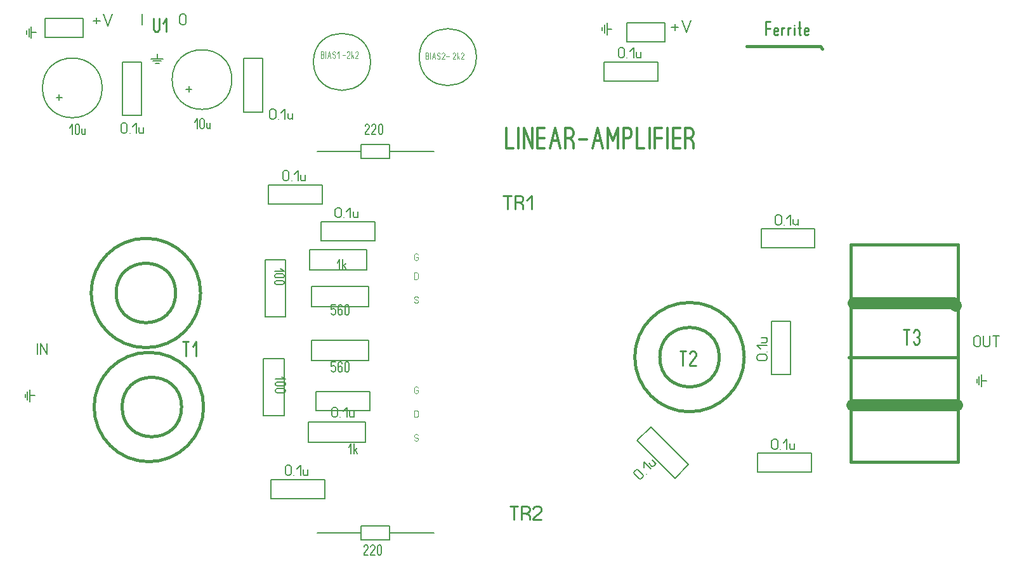
<source format=gbr>
%FSLAX34Y34*%
%MOMM*%
%LNSILK_TOP*%
G71*
G01*
%ADD10C,0.111*%
%ADD11C,0.200*%
%ADD12C,0.150*%
%ADD13C,0.222*%
%ADD14C,0.333*%
%ADD15C,0.167*%
%ADD16C,0.400*%
%ADD17C,1.600*%
%ADD18C,0.244*%
%ADD19C,0.178*%
%LPD*%
G54D10*
X-68283Y29845D02*
X-65616Y29845D01*
X-65616Y27067D01*
X-66283Y25956D01*
X-67616Y25400D01*
X-68950Y25400D01*
X-70283Y25956D01*
X-70950Y27067D01*
X-70950Y32622D01*
X-70283Y33734D01*
X-68950Y34289D01*
X-67616Y34289D01*
X-66283Y33734D01*
X-65616Y32622D01*
G54D10*
X-70950Y0D02*
X-70950Y8889D01*
X-67616Y8889D01*
X-66283Y8334D01*
X-65616Y7222D01*
X-65616Y1667D01*
X-66283Y556D01*
X-67616Y0D01*
X-70950Y0D01*
G54D10*
X-70950Y-184150D02*
X-70950Y-175261D01*
X-67616Y-175261D01*
X-66283Y-175816D01*
X-65616Y-176928D01*
X-65616Y-182483D01*
X-66283Y-183594D01*
X-67616Y-184150D01*
X-70950Y-184150D01*
G54D10*
X-70950Y-30083D02*
X-70283Y-31194D01*
X-68950Y-31750D01*
X-67616Y-31750D01*
X-66283Y-31194D01*
X-65616Y-30083D01*
X-65616Y-28972D01*
X-66283Y-27861D01*
X-67616Y-27305D01*
X-68950Y-27305D01*
X-70283Y-26750D01*
X-70950Y-25639D01*
X-70950Y-24528D01*
X-70283Y-23416D01*
X-68950Y-22861D01*
X-67616Y-22861D01*
X-66283Y-23416D01*
X-65616Y-24528D01*
G54D10*
X-70950Y-214233D02*
X-70283Y-215344D01*
X-68950Y-215900D01*
X-67616Y-215900D01*
X-66283Y-215344D01*
X-65616Y-214233D01*
X-65616Y-213122D01*
X-66283Y-212011D01*
X-67616Y-211455D01*
X-68950Y-211455D01*
X-70283Y-210900D01*
X-70950Y-209789D01*
X-70950Y-208678D01*
X-70283Y-207566D01*
X-68950Y-207011D01*
X-67616Y-207011D01*
X-66283Y-207566D01*
X-65616Y-208678D01*
G54D10*
X-68283Y-147955D02*
X-65616Y-147955D01*
X-65616Y-150733D01*
X-66283Y-151844D01*
X-67616Y-152400D01*
X-68950Y-152400D01*
X-70283Y-151844D01*
X-70950Y-150733D01*
X-70950Y-145178D01*
X-70283Y-144066D01*
X-68950Y-143511D01*
X-67616Y-143511D01*
X-66283Y-144066D01*
X-65616Y-145178D01*
G54D11*
X-499356Y345601D02*
X-489756Y345601D01*
G54D11*
X-494556Y349601D02*
X-494556Y341601D01*
G54D11*
X-485356Y354601D02*
X-479356Y338601D01*
X-473356Y354601D01*
G54D12*
X-563506Y322976D02*
X-563505Y348376D01*
X-512706Y348376D01*
X-512706Y322976D01*
X-563506Y322976D01*
G54D10*
X-195040Y295651D02*
X-195040Y304540D01*
X-192817Y304540D01*
X-191928Y303984D01*
X-191484Y302873D01*
X-191484Y301762D01*
X-191928Y300651D01*
X-192817Y300095D01*
X-191928Y299540D01*
X-191484Y298429D01*
X-191484Y297318D01*
X-191928Y296206D01*
X-192817Y295651D01*
X-195040Y295651D01*
G54D10*
X-195040Y300095D02*
X-192817Y300095D01*
G54D10*
X-189040Y295651D02*
X-189040Y304540D01*
G54D10*
X-186596Y295651D02*
X-184373Y304540D01*
X-182151Y295651D01*
G54D10*
X-185707Y298984D02*
X-183040Y298984D01*
G54D10*
X-179708Y297318D02*
X-179263Y296206D01*
X-178374Y295651D01*
X-177485Y295651D01*
X-176596Y296206D01*
X-176152Y297318D01*
X-176152Y298429D01*
X-176596Y299540D01*
X-177485Y300095D01*
X-178374Y300095D01*
X-179263Y300651D01*
X-179708Y301762D01*
X-179708Y302873D01*
X-179263Y303984D01*
X-178374Y304540D01*
X-177485Y304540D01*
X-176596Y303984D01*
X-176152Y302873D01*
G54D10*
X-173708Y301206D02*
X-171485Y304540D01*
X-171485Y295651D01*
G54D10*
X-166509Y299540D02*
X-162953Y299540D01*
G54D10*
X-156953Y295651D02*
X-160509Y295651D01*
X-160509Y296206D01*
X-160064Y297318D01*
X-157398Y300651D01*
X-156953Y301762D01*
X-156953Y302873D01*
X-157398Y303984D01*
X-158286Y304540D01*
X-159175Y304540D01*
X-160064Y303984D01*
X-160509Y302873D01*
G54D10*
X-154509Y295651D02*
X-154509Y304540D01*
G54D10*
X-153175Y298984D02*
X-151842Y295651D01*
G54D10*
X-154509Y297873D02*
X-151842Y300651D01*
G54D10*
X-145842Y295651D02*
X-149398Y295651D01*
X-149398Y296206D01*
X-148953Y297318D01*
X-146286Y300651D01*
X-145842Y301762D01*
X-145842Y302873D01*
X-146286Y303984D01*
X-147175Y304540D01*
X-148064Y304540D01*
X-148953Y303984D01*
X-149398Y302873D01*
G54D12*
G75*
G01X-129162Y290570D02*
G03X-129162Y290570I-38100J0D01*
G01*
G54D13*
X53521Y94225D02*
X53521Y112003D01*
G54D13*
X48188Y112003D02*
X58854Y112003D01*
G54D13*
X69077Y103114D02*
X73077Y100892D01*
X74410Y98670D01*
X74410Y94225D01*
G54D13*
X63744Y94225D02*
X63744Y112003D01*
X70410Y112003D01*
X73077Y110892D01*
X74410Y108670D01*
X74410Y106448D01*
X73077Y104225D01*
X70410Y103114D01*
X63744Y103114D01*
G54D13*
X79300Y105336D02*
X85966Y112003D01*
X85966Y94225D01*
G54D13*
X62221Y-321087D02*
X62221Y-303310D01*
G54D13*
X56888Y-303310D02*
X67554Y-303310D01*
G54D13*
X77777Y-312198D02*
X81777Y-314421D01*
X83110Y-316643D01*
X83110Y-321087D01*
G54D13*
X72444Y-321087D02*
X72444Y-303310D01*
X79110Y-303310D01*
X81777Y-304421D01*
X83110Y-306643D01*
X83110Y-308865D01*
X81777Y-311087D01*
X79110Y-312198D01*
X72444Y-312198D01*
G54D13*
X98666Y-321087D02*
X88000Y-321087D01*
X88000Y-319976D01*
X89333Y-317754D01*
X97333Y-311087D01*
X98666Y-308865D01*
X98666Y-306643D01*
X97333Y-304421D01*
X94666Y-303310D01*
X92000Y-303310D01*
X89333Y-304421D01*
X88000Y-306643D01*
G54D14*
X51763Y201917D02*
X51763Y175250D01*
X61096Y175250D01*
G54D14*
X68429Y175250D02*
X68429Y201917D01*
G54D14*
X75762Y175250D02*
X75762Y201917D01*
X86428Y175250D01*
X86428Y201917D01*
G54D14*
X103095Y175250D02*
X93762Y175250D01*
X93762Y201917D01*
X103095Y201917D01*
G54D14*
X93762Y188584D02*
X103095Y188584D01*
G54D14*
X110428Y175250D02*
X117094Y201917D01*
X123761Y175250D01*
G54D14*
X113094Y185250D02*
X121094Y185250D01*
G54D14*
X136427Y188584D02*
X140427Y185250D01*
X141760Y181917D01*
X141760Y175250D01*
G54D14*
X131094Y175250D02*
X131094Y201917D01*
X137760Y201917D01*
X140427Y200250D01*
X141760Y196917D01*
X141760Y193584D01*
X140427Y190250D01*
X137760Y188584D01*
X131094Y188584D01*
G54D14*
X149094Y186917D02*
X159760Y186917D01*
G54D14*
X167094Y175250D02*
X173760Y201917D01*
X180427Y175250D01*
G54D14*
X169760Y185250D02*
X177760Y185250D01*
G54D14*
X187760Y175250D02*
X187760Y201917D01*
X194426Y185250D01*
X201093Y201917D01*
X201093Y175250D01*
G54D14*
X208426Y175250D02*
X208426Y201917D01*
X215092Y201917D01*
X217759Y200250D01*
X219092Y196917D01*
X219092Y193584D01*
X217759Y190250D01*
X215092Y188584D01*
X208426Y188584D01*
G54D14*
X226426Y201917D02*
X226426Y175250D01*
X235759Y175250D01*
G54D14*
X243092Y175250D02*
X243092Y201917D01*
G54D14*
X250425Y175250D02*
X250425Y201917D01*
X259758Y201917D01*
G54D14*
X250425Y188584D02*
X259758Y188584D01*
G54D14*
X267091Y175250D02*
X267091Y201917D01*
G54D14*
X283757Y175250D02*
X274424Y175250D01*
X274424Y201917D01*
X283757Y201917D01*
G54D14*
X274424Y188584D02*
X283757Y188584D01*
G54D14*
X296423Y188584D02*
X300423Y185250D01*
X301756Y181917D01*
X301756Y175250D01*
G54D14*
X291090Y175250D02*
X291090Y201917D01*
X297756Y201917D01*
X300423Y200250D01*
X301756Y196917D01*
X301756Y193584D01*
X300423Y190250D01*
X297756Y188584D01*
X291090Y188584D01*
G54D12*
X-460558Y290579D02*
X-435158Y290579D01*
X-435158Y218978D01*
X-460558Y218979D01*
X-460558Y290579D01*
G54D13*
X-418432Y348873D02*
X-418432Y334429D01*
X-417543Y332206D01*
X-415765Y331095D01*
X-413987Y331095D01*
X-412210Y332206D01*
X-411320Y334429D01*
X-411320Y348873D01*
G54D13*
X-406432Y342206D02*
X-401987Y348873D01*
X-401987Y331095D01*
G54D15*
X-173581Y22212D02*
X-170248Y27212D01*
X-170248Y13878D01*
G54D15*
X-166581Y13878D02*
X-166581Y27212D01*
G54D15*
X-164581Y18878D02*
X-162581Y13878D01*
G54D15*
X-166581Y17212D02*
X-162581Y21378D01*
G54D15*
X-158344Y-224800D02*
X-155010Y-219800D01*
X-155010Y-233134D01*
G54D15*
X-151344Y-233134D02*
X-151344Y-219800D01*
G54D15*
X-149344Y-228134D02*
X-147344Y-233134D01*
G54D15*
X-151344Y-229800D02*
X-147344Y-225634D01*
G54D12*
X-123640Y51712D02*
X-123640Y77112D01*
X-195240Y77112D01*
X-195240Y51712D01*
X-123640Y51712D01*
G54D15*
X-168295Y93337D02*
X-168295Y85004D01*
X-169295Y83337D01*
X-171295Y82504D01*
X-173295Y82504D01*
X-175295Y83337D01*
X-176295Y85004D01*
X-176295Y93337D01*
X-175295Y95004D01*
X-173295Y95837D01*
X-171295Y95837D01*
X-169295Y95004D01*
X-168295Y93337D01*
G54D15*
X-164628Y82504D02*
X-164628Y82504D01*
G54D15*
X-160961Y90837D02*
X-155961Y95837D01*
X-155961Y82504D01*
G54D15*
X-146294Y90004D02*
X-146294Y82504D01*
G54D15*
X-146294Y84170D02*
X-147294Y82837D01*
X-149294Y82504D01*
X-151294Y82837D01*
X-152294Y84170D01*
X-152294Y90004D01*
G54D12*
X-129989Y-175301D02*
X-129989Y-149900D01*
X-201589Y-149901D01*
X-201589Y-175301D01*
X-129989Y-175301D01*
G54D15*
X-173057Y-173363D02*
X-173057Y-181697D01*
X-174057Y-183363D01*
X-176057Y-184197D01*
X-178057Y-184197D01*
X-180057Y-183363D01*
X-181057Y-181697D01*
X-181057Y-173363D01*
X-180057Y-171697D01*
X-178057Y-170863D01*
X-176057Y-170863D01*
X-174057Y-171697D01*
X-173057Y-173363D01*
G54D15*
X-169390Y-184197D02*
X-169390Y-184197D01*
G54D15*
X-165723Y-175863D02*
X-160723Y-170863D01*
X-160723Y-184197D01*
G54D15*
X-151056Y-176697D02*
X-151056Y-184197D01*
G54D15*
X-151056Y-182530D02*
X-152056Y-183863D01*
X-154056Y-184197D01*
X-156056Y-183863D01*
X-157056Y-182530D01*
X-157056Y-176697D01*
G54D15*
X-249002Y14305D02*
X-244002Y10972D01*
X-257335Y10972D01*
G54D15*
X-246502Y1972D02*
X-254835Y1972D01*
X-256502Y2638D01*
X-257335Y3972D01*
X-257335Y5305D01*
X-256502Y6638D01*
X-254835Y7305D01*
X-246502Y7305D01*
X-244835Y6638D01*
X-244002Y5305D01*
X-244002Y3972D01*
X-244835Y2638D01*
X-246502Y1972D01*
G54D15*
X-246502Y-7028D02*
X-254835Y-7028D01*
X-256502Y-6362D01*
X-257335Y-5028D01*
X-257335Y-3695D01*
X-256502Y-2362D01*
X-254835Y-1695D01*
X-246502Y-1695D01*
X-244835Y-2362D01*
X-244002Y-3695D01*
X-244002Y-5028D01*
X-244835Y-6362D01*
X-246502Y-7028D01*
G54D15*
X-247414Y-130158D02*
X-242414Y-133491D01*
X-255747Y-133491D01*
G54D15*
X-244914Y-142491D02*
X-253247Y-142491D01*
X-254914Y-141824D01*
X-255747Y-140491D01*
X-255747Y-139158D01*
X-254914Y-137824D01*
X-253247Y-137158D01*
X-244914Y-137158D01*
X-243247Y-137824D01*
X-242414Y-139158D01*
X-242414Y-140491D01*
X-243247Y-141824D01*
X-244914Y-142491D01*
G54D15*
X-244914Y-151491D02*
X-253247Y-151491D01*
X-254914Y-150824D01*
X-255747Y-149491D01*
X-255747Y-148158D01*
X-254914Y-146824D01*
X-253247Y-146158D01*
X-244914Y-146158D01*
X-243247Y-146824D01*
X-242414Y-148158D01*
X-242414Y-149491D01*
X-243247Y-150824D01*
X-244914Y-151491D01*
G54D12*
X-193489Y100924D02*
X-193489Y126324D01*
X-265089Y126324D01*
X-265089Y100924D01*
X-193489Y100924D01*
G54D15*
X-238145Y142549D02*
X-238145Y134216D01*
X-239145Y132549D01*
X-241145Y131716D01*
X-243145Y131716D01*
X-245145Y132549D01*
X-246145Y134216D01*
X-246145Y142549D01*
X-245145Y144216D01*
X-243145Y145049D01*
X-241145Y145049D01*
X-239145Y144216D01*
X-238145Y142549D01*
G54D15*
X-234478Y131716D02*
X-234478Y131716D01*
G54D15*
X-230811Y140049D02*
X-225811Y145049D01*
X-225811Y131716D01*
G54D15*
X-216144Y139216D02*
X-216144Y131716D01*
G54D15*
X-216144Y133382D02*
X-217144Y132049D01*
X-219144Y131716D01*
X-221144Y132049D01*
X-222144Y133382D01*
X-222144Y139216D01*
G54D12*
X-141542Y161281D02*
X-141542Y180281D01*
X-103542Y180281D01*
X-103542Y161281D01*
X-141542Y161281D01*
G54D12*
X-141642Y170781D02*
X-200342Y170781D01*
G54D12*
X-44742Y170781D02*
X-103442Y170781D01*
G54D12*
X-190314Y-292776D02*
X-190314Y-267376D01*
X-261914Y-267376D01*
X-261914Y-292776D01*
X-190314Y-292776D01*
G54D15*
X-234970Y-251151D02*
X-234970Y-259484D01*
X-235970Y-261151D01*
X-237970Y-261984D01*
X-239970Y-261984D01*
X-241970Y-261151D01*
X-242970Y-259484D01*
X-242970Y-251151D01*
X-241970Y-249484D01*
X-239970Y-248651D01*
X-237970Y-248651D01*
X-235970Y-249484D01*
X-234970Y-251151D01*
G54D15*
X-231303Y-261984D02*
X-231303Y-261984D01*
G54D15*
X-227636Y-253651D02*
X-222636Y-248651D01*
X-222636Y-261984D01*
G54D15*
X-212969Y-254484D02*
X-212969Y-261984D01*
G54D15*
X-212969Y-260318D02*
X-213969Y-261651D01*
X-215969Y-261984D01*
X-217969Y-261651D01*
X-218969Y-260318D01*
X-218969Y-254484D01*
G54D12*
X-141544Y-348430D02*
X-141544Y-329430D01*
X-103544Y-329430D01*
X-103544Y-348430D01*
X-141544Y-348430D01*
G54D12*
X-141644Y-338930D02*
X-200344Y-338930D01*
G54D12*
X-44744Y-338930D02*
X-103444Y-338930D01*
G54D16*
X512144Y-244156D02*
X655020Y-244156D01*
X655020Y46356D01*
X512144Y46356D01*
X512144Y-244156D01*
G54D12*
X463736Y42186D02*
X463736Y67587D01*
X392136Y67587D01*
X392136Y42187D01*
X463736Y42186D01*
G54D15*
X419080Y83812D02*
X419080Y75478D01*
X418080Y73812D01*
X416080Y72978D01*
X414080Y72978D01*
X412080Y73812D01*
X411080Y75478D01*
X411080Y83812D01*
X412080Y85478D01*
X414080Y86312D01*
X416080Y86312D01*
X418080Y85478D01*
X419080Y83812D01*
G54D15*
X422747Y72978D02*
X422747Y72978D01*
G54D15*
X426414Y81312D02*
X431414Y86312D01*
X431414Y72978D01*
G54D15*
X441081Y80478D02*
X441081Y72978D01*
G54D15*
X441081Y74645D02*
X440081Y73312D01*
X438081Y72978D01*
X436081Y73312D01*
X435081Y74645D01*
X435081Y80478D01*
G54D16*
X508969Y-104456D02*
X653432Y-104456D01*
X655019Y-106043D01*
G54D12*
X244746Y-197030D02*
X226785Y-214991D01*
X277414Y-265620D01*
X295374Y-247660D01*
X244746Y-197030D01*
G54D15*
X228500Y-254796D02*
X234393Y-260689D01*
X234864Y-262574D01*
X234039Y-264578D01*
X232625Y-265992D01*
X230622Y-266817D01*
X228736Y-266346D01*
X222843Y-260453D01*
X222372Y-258567D01*
X223197Y-256564D01*
X224611Y-255150D01*
X226615Y-254325D01*
X228500Y-254796D01*
G54D15*
X238754Y-259863D02*
X238754Y-259863D01*
G54D15*
X235454Y-251378D02*
X235454Y-244307D01*
X244882Y-253735D01*
G54D15*
X246414Y-241596D02*
X251718Y-246899D01*
G54D15*
X250539Y-245721D02*
X250775Y-247371D01*
X249596Y-249021D01*
X247946Y-250199D01*
X246296Y-249963D01*
X242172Y-245839D01*
G54D16*
G75*
G01X-355906Y-18256D02*
G03X-355906Y-18256I-73025J0D01*
G01*
G54D16*
G75*
G01X-389243Y-18256D02*
G03X-389243Y-18256I-39688J0D01*
G01*
G54D16*
G75*
G01X-351937Y-170656D02*
G03X-351937Y-170656I-73025J0D01*
G01*
G54D16*
G75*
G01X-381306Y-170656D02*
G03X-381306Y-170656I-39688J0D01*
G01*
G54D16*
G75*
G01X369582Y-103981D02*
G03X369582Y-103981I-73026J0D01*
G01*
G54D16*
G75*
G01X336244Y-103981D02*
G03X336244Y-103981I-39688J0D01*
G01*
G54D12*
X458973Y-257851D02*
X458974Y-232451D01*
X387373Y-232451D01*
X387373Y-257851D01*
X458973Y-257851D01*
G54D15*
X414318Y-216226D02*
X414318Y-224559D01*
X413318Y-226226D01*
X411318Y-227059D01*
X409318Y-227059D01*
X407318Y-226226D01*
X406318Y-224559D01*
X406318Y-216226D01*
X407318Y-214559D01*
X409318Y-213726D01*
X411318Y-213726D01*
X413318Y-214559D01*
X414318Y-216226D01*
G54D15*
X417985Y-227059D02*
X417985Y-227059D01*
G54D15*
X421652Y-218726D02*
X426652Y-213726D01*
X426652Y-227059D01*
G54D15*
X436319Y-219559D02*
X436319Y-227059D01*
G54D15*
X436319Y-225392D02*
X435319Y-226726D01*
X433319Y-227059D01*
X431319Y-226726D01*
X430319Y-225392D01*
X430319Y-219559D01*
G54D12*
X430942Y-55825D02*
X405542Y-55824D01*
X405542Y-127425D01*
X430942Y-127425D01*
X430942Y-55825D01*
G54D15*
X389317Y-100480D02*
X397650Y-100480D01*
X399317Y-101480D01*
X400150Y-103480D01*
X400150Y-105480D01*
X399317Y-107480D01*
X397650Y-108480D01*
X389317Y-108480D01*
X387650Y-107480D01*
X386817Y-105480D01*
X386817Y-103480D01*
X387650Y-101480D01*
X389317Y-100480D01*
G54D15*
X400150Y-96813D02*
X400150Y-96813D01*
G54D15*
X391817Y-93146D02*
X386817Y-88146D01*
X400150Y-88146D01*
G54D15*
X392650Y-78479D02*
X400150Y-78479D01*
G54D15*
X398484Y-78479D02*
X399817Y-79479D01*
X400150Y-81479D01*
X399817Y-83479D01*
X398484Y-84479D01*
X392650Y-84479D01*
G54D12*
X-548405Y243098D02*
X-540805Y243098D01*
G54D12*
X-544605Y246898D02*
X-544605Y239298D01*
G54D12*
G75*
G01X-487250Y255798D02*
G03X-487250Y255798I-39850J0D01*
G01*
G54D15*
X-530193Y202044D02*
X-526860Y207044D01*
X-526860Y193710D01*
G54D15*
X-517860Y204544D02*
X-517860Y196210D01*
X-518526Y194544D01*
X-519860Y193710D01*
X-521193Y193710D01*
X-522526Y194544D01*
X-523193Y196210D01*
X-523193Y204544D01*
X-522526Y206210D01*
X-521193Y207044D01*
X-519860Y207044D01*
X-518526Y206210D01*
X-517860Y204544D01*
G54D15*
X-510193Y201210D02*
X-510193Y193710D01*
G54D15*
X-510193Y195377D02*
X-510860Y194044D01*
X-512193Y193710D01*
X-513526Y194044D01*
X-514193Y195377D01*
X-514193Y201210D01*
G54D12*
X-375368Y254210D02*
X-367768Y254210D01*
G54D12*
X-371568Y258010D02*
X-371568Y250410D01*
G54D12*
G75*
G01X-314212Y266910D02*
G03X-314212Y266910I-39850J0D01*
G01*
G54D15*
X-363505Y209981D02*
X-360172Y214981D01*
X-360172Y201648D01*
G54D15*
X-351172Y212481D02*
X-351172Y204148D01*
X-351839Y202481D01*
X-353172Y201648D01*
X-354505Y201648D01*
X-355839Y202481D01*
X-356505Y204148D01*
X-356505Y212481D01*
X-355839Y214148D01*
X-354505Y214981D01*
X-353172Y214981D01*
X-351839Y214148D01*
X-351172Y212481D01*
G54D15*
X-343505Y209148D02*
X-343505Y201648D01*
G54D15*
X-343505Y203315D02*
X-344172Y201981D01*
X-345505Y201648D01*
X-346839Y201981D01*
X-347505Y203315D01*
X-347505Y209148D01*
G54D12*
X-298633Y295341D02*
X-273233Y295341D01*
X-273233Y223741D01*
X-298633Y223741D01*
X-298633Y295341D01*
G54D10*
X-55340Y294063D02*
X-55340Y302952D01*
X-53117Y302952D01*
X-52228Y302397D01*
X-51784Y301286D01*
X-51784Y300174D01*
X-52228Y299063D01*
X-53117Y298508D01*
X-52228Y297952D01*
X-51784Y296841D01*
X-51784Y295730D01*
X-52228Y294619D01*
X-53117Y294063D01*
X-55340Y294063D01*
G54D10*
X-55340Y298508D02*
X-53117Y298508D01*
G54D10*
X-49340Y294063D02*
X-49340Y302952D01*
G54D10*
X-46896Y294063D02*
X-44673Y302952D01*
X-42451Y294063D01*
G54D10*
X-46007Y297397D02*
X-43340Y297397D01*
G54D10*
X-40008Y295730D02*
X-39563Y294619D01*
X-38674Y294063D01*
X-37785Y294063D01*
X-36896Y294619D01*
X-36452Y295730D01*
X-36452Y296841D01*
X-36896Y297952D01*
X-37785Y298508D01*
X-38674Y298508D01*
X-39563Y299063D01*
X-40008Y300174D01*
X-40008Y301286D01*
X-39563Y302397D01*
X-38674Y302952D01*
X-37785Y302952D01*
X-36896Y302397D01*
X-36452Y301286D01*
G54D10*
X-30452Y294063D02*
X-34008Y294063D01*
X-34008Y294619D01*
X-33563Y295730D01*
X-30896Y299063D01*
X-30452Y300174D01*
X-30452Y301286D01*
X-30896Y302397D01*
X-31785Y302952D01*
X-32674Y302952D01*
X-33563Y302397D01*
X-34008Y301286D01*
G54D10*
X-28008Y297952D02*
X-24452Y297952D01*
G54D10*
X-15919Y294063D02*
X-19475Y294063D01*
X-19475Y294619D01*
X-19030Y295730D01*
X-16364Y299063D01*
X-15919Y300174D01*
X-15919Y301286D01*
X-16364Y302397D01*
X-17252Y302952D01*
X-18141Y302952D01*
X-19030Y302397D01*
X-19475Y301286D01*
G54D10*
X-13475Y294063D02*
X-13475Y302952D01*
G54D10*
X-12141Y297397D02*
X-10808Y294063D01*
G54D10*
X-13475Y296286D02*
X-10808Y299063D01*
G54D10*
X-4808Y294063D02*
X-8364Y294063D01*
X-8364Y294619D01*
X-7919Y295730D01*
X-5252Y299063D01*
X-4808Y300174D01*
X-4808Y301286D01*
X-5252Y302397D01*
X-6141Y302952D01*
X-7030Y302952D01*
X-7919Y302397D01*
X-8364Y301286D01*
G54D12*
G75*
G01X12126Y296920D02*
G03X12126Y296920I-38100J0D01*
G01*
G54D15*
X-131019Y193836D02*
X-136352Y193836D01*
X-136352Y194669D01*
X-135686Y196336D01*
X-131686Y201336D01*
X-131019Y203003D01*
X-131019Y204669D01*
X-131686Y206336D01*
X-133019Y207169D01*
X-134352Y207169D01*
X-135686Y206336D01*
X-136352Y204669D01*
G54D15*
X-122019Y193836D02*
X-127352Y193836D01*
X-127352Y194669D01*
X-126686Y196336D01*
X-122686Y201336D01*
X-122019Y203003D01*
X-122019Y204669D01*
X-122686Y206336D01*
X-124019Y207169D01*
X-125352Y207169D01*
X-126686Y206336D01*
X-127352Y204669D01*
G54D15*
X-113019Y204669D02*
X-113019Y196336D01*
X-113686Y194669D01*
X-115019Y193836D01*
X-116352Y193836D01*
X-117686Y194669D01*
X-118352Y196336D01*
X-118352Y204669D01*
X-117686Y206336D01*
X-116352Y207169D01*
X-115019Y207169D01*
X-113686Y206336D01*
X-113019Y204669D01*
G54D15*
X-132607Y-368139D02*
X-137940Y-368139D01*
X-137940Y-367306D01*
X-137273Y-365639D01*
X-133273Y-360639D01*
X-132607Y-358972D01*
X-132607Y-357306D01*
X-133273Y-355639D01*
X-134607Y-354806D01*
X-135940Y-354806D01*
X-137273Y-355639D01*
X-137940Y-357306D01*
G54D15*
X-123607Y-368139D02*
X-128940Y-368139D01*
X-128940Y-367306D01*
X-128273Y-365639D01*
X-124273Y-360639D01*
X-123607Y-358972D01*
X-123607Y-357306D01*
X-124273Y-355639D01*
X-125607Y-354806D01*
X-126940Y-354806D01*
X-128273Y-355639D01*
X-128940Y-357306D01*
G54D15*
X-114607Y-357306D02*
X-114607Y-365639D01*
X-115273Y-367306D01*
X-116607Y-368139D01*
X-117940Y-368139D01*
X-119273Y-367306D01*
X-119940Y-365639D01*
X-119940Y-357306D01*
X-119273Y-355639D01*
X-117940Y-354806D01*
X-116607Y-354806D01*
X-115273Y-355639D01*
X-114607Y-357306D01*
G54D15*
X-175947Y-110263D02*
X-181281Y-110263D01*
X-181281Y-116096D01*
X-180614Y-116096D01*
X-179281Y-115263D01*
X-177947Y-115263D01*
X-176614Y-116096D01*
X-175948Y-117763D01*
X-175947Y-121096D01*
X-176614Y-122763D01*
X-177947Y-123596D01*
X-179281Y-123596D01*
X-180614Y-122763D01*
X-181281Y-121096D01*
G54D15*
X-166947Y-112763D02*
X-167614Y-111096D01*
X-168947Y-110263D01*
X-170281Y-110263D01*
X-171614Y-111096D01*
X-172281Y-112763D01*
X-172281Y-116929D01*
X-172281Y-117763D01*
X-170281Y-116096D01*
X-168947Y-116096D01*
X-167614Y-116929D01*
X-166947Y-118596D01*
X-166947Y-121096D01*
X-167614Y-122763D01*
X-168947Y-123596D01*
X-170281Y-123596D01*
X-171614Y-122763D01*
X-172281Y-121096D01*
X-172281Y-116929D01*
G54D15*
X-157947Y-112763D02*
X-157947Y-121096D01*
X-158614Y-122763D01*
X-159947Y-123596D01*
X-161281Y-123596D01*
X-162614Y-122763D01*
X-163281Y-121096D01*
X-163281Y-112763D01*
X-162614Y-111096D01*
X-161281Y-110263D01*
X-159947Y-110263D01*
X-158614Y-111096D01*
X-157947Y-112763D01*
G54D12*
X254186Y265231D02*
X254186Y290631D01*
X182586Y290631D01*
X182586Y265231D01*
X254186Y265231D01*
G54D15*
X209530Y306856D02*
X209530Y298523D01*
X208530Y296856D01*
X206530Y296023D01*
X204530Y296023D01*
X202530Y296856D01*
X201530Y298523D01*
X201530Y306856D01*
X202530Y308523D01*
X204530Y309356D01*
X206530Y309356D01*
X208530Y308523D01*
X209530Y306856D01*
G54D15*
X213198Y296023D02*
X213198Y296023D01*
G54D15*
X216864Y304356D02*
X221864Y309356D01*
X221864Y296023D01*
G54D15*
X231532Y303523D02*
X231532Y296023D01*
G54D15*
X231532Y297689D02*
X230532Y296356D01*
X228532Y296023D01*
X226532Y296356D01*
X225532Y297689D01*
X225532Y303523D01*
G54D11*
X272169Y336870D02*
X281769Y336870D01*
G54D11*
X276969Y340870D02*
X276969Y332870D01*
G54D11*
X286169Y345870D02*
X292169Y329870D01*
X298169Y345870D01*
G54D16*
X372756Y311150D02*
X470957Y311150D01*
X473684Y308422D01*
G54D17*
X515319Y-31432D02*
X648669Y-31432D01*
X651844Y-34606D01*
G54D17*
X513732Y-167956D02*
X653432Y-167956D01*
G54D15*
X-454045Y206049D02*
X-454045Y197716D01*
X-455045Y196049D01*
X-457045Y195216D01*
X-459045Y195216D01*
X-461045Y196049D01*
X-462045Y197716D01*
X-462045Y206049D01*
X-461045Y207716D01*
X-459045Y208549D01*
X-457045Y208549D01*
X-455045Y207716D01*
X-454045Y206049D01*
G54D15*
X-450378Y195216D02*
X-450378Y195216D01*
G54D15*
X-446711Y203549D02*
X-441711Y208549D01*
X-441711Y195216D01*
G54D15*
X-432044Y202716D02*
X-432044Y195216D01*
G54D15*
X-432044Y196882D02*
X-433044Y195549D01*
X-435044Y195216D01*
X-437044Y195549D01*
X-438044Y196882D01*
X-438044Y202716D01*
G54D15*
X-255607Y225099D02*
X-255607Y216766D01*
X-256607Y215099D01*
X-258607Y214266D01*
X-260607Y214266D01*
X-262607Y215099D01*
X-263607Y216766D01*
X-263607Y225099D01*
X-262607Y226766D01*
X-260607Y227599D01*
X-258607Y227599D01*
X-256607Y226766D01*
X-255607Y225099D01*
G54D15*
X-251940Y214266D02*
X-251940Y214266D01*
G54D15*
X-248273Y222599D02*
X-243273Y227599D01*
X-243273Y214266D01*
G54D15*
X-233606Y221766D02*
X-233606Y214266D01*
G54D15*
X-233606Y215932D02*
X-234606Y214599D01*
X-236606Y214266D01*
X-238606Y214599D01*
X-239606Y215932D01*
X-239606Y221766D01*
G54D12*
X212682Y317420D02*
X212682Y342820D01*
X263482Y342820D01*
X263482Y317420D01*
X212682Y317420D01*
G54D18*
X-375807Y-102394D02*
X-375807Y-82838D01*
G54D18*
X-379718Y-82838D02*
X-371896Y-82838D01*
G54D18*
X-366518Y-90171D02*
X-361630Y-82838D01*
X-361630Y-102394D01*
G54D18*
X287768Y-115094D02*
X287768Y-95538D01*
G54D18*
X283856Y-95538D02*
X291679Y-95538D01*
G54D18*
X304879Y-115094D02*
X297056Y-115094D01*
X297056Y-113871D01*
X298034Y-111427D01*
X303901Y-104094D01*
X304879Y-101649D01*
X304879Y-99205D01*
X303901Y-96760D01*
X301945Y-95538D01*
X299990Y-95538D01*
X298034Y-96760D01*
X297056Y-99205D01*
G54D18*
X585905Y-86994D02*
X585905Y-67438D01*
G54D18*
X581994Y-67438D02*
X589816Y-67438D01*
G54D18*
X595194Y-71105D02*
X596172Y-68660D01*
X598127Y-67438D01*
X600083Y-67438D01*
X602038Y-68660D01*
X603016Y-71105D01*
X603016Y-73549D01*
X602038Y-75994D01*
X600083Y-77216D01*
X602038Y-78438D01*
X603016Y-80882D01*
X603016Y-83327D01*
X602038Y-85771D01*
X600083Y-86994D01*
X598127Y-86994D01*
X596172Y-85771D01*
X595194Y-83327D01*
G54D13*
X398156Y326232D02*
X398156Y344009D01*
X404379Y344009D01*
G54D13*
X398156Y335120D02*
X404379Y335120D01*
G54D13*
X414601Y327343D02*
X413179Y326232D01*
X411401Y326232D01*
X409623Y327343D01*
X409268Y329565D01*
X409268Y333343D01*
X410156Y335565D01*
X411934Y336232D01*
X413712Y335565D01*
X414601Y334009D01*
X414601Y331787D01*
X409268Y331787D01*
G54D13*
X419490Y326232D02*
X419490Y336232D01*
G54D13*
X419490Y334009D02*
X421267Y336232D01*
X423045Y336232D01*
G54D13*
X427934Y326232D02*
X427934Y336232D01*
G54D13*
X427934Y334009D02*
X429712Y336232D01*
X431490Y336232D01*
G54D13*
X436380Y326232D02*
X436380Y336232D01*
G54D13*
X436380Y339565D02*
X436380Y339565D01*
G54D13*
X443046Y344009D02*
X443046Y327343D01*
X443935Y326232D01*
X444824Y326676D01*
G54D13*
X441268Y336232D02*
X444824Y336232D01*
G54D13*
X455047Y327343D02*
X453625Y326232D01*
X451847Y326232D01*
X450069Y327343D01*
X449714Y329565D01*
X449714Y333343D01*
X450602Y335565D01*
X452380Y336232D01*
X454158Y335565D01*
X455047Y334009D01*
X455047Y331787D01*
X449714Y331787D01*
G54D12*
X-244479Y-181827D02*
X-271879Y-181827D01*
X-271879Y-105627D01*
X-244479Y-105627D01*
X-244479Y-181827D01*
G54D12*
X-242194Y-50006D02*
X-269594Y-50007D01*
X-269594Y26193D01*
X-242194Y26193D01*
X-242194Y-50006D01*
G54D12*
X-207744Y-108430D02*
X-207744Y-81030D01*
X-131544Y-81030D01*
X-131544Y-108430D01*
X-207744Y-108430D01*
G54D12*
X-208268Y-36718D02*
X-208269Y-9318D01*
X-132069Y-9318D01*
X-132069Y-36718D01*
X-208268Y-36718D01*
G54D15*
X-175947Y-34063D02*
X-181281Y-34063D01*
X-181281Y-39896D01*
X-180614Y-39896D01*
X-179281Y-39063D01*
X-177947Y-39063D01*
X-176614Y-39896D01*
X-175948Y-41563D01*
X-175947Y-44896D01*
X-176614Y-46563D01*
X-177947Y-47396D01*
X-179281Y-47396D01*
X-180614Y-46563D01*
X-181281Y-44896D01*
G54D15*
X-166947Y-36563D02*
X-167614Y-34896D01*
X-168947Y-34063D01*
X-170281Y-34063D01*
X-171614Y-34896D01*
X-172281Y-36563D01*
X-172281Y-40729D01*
X-172281Y-41563D01*
X-170281Y-39896D01*
X-168947Y-39896D01*
X-167614Y-40729D01*
X-166948Y-42396D01*
X-166947Y-44896D01*
X-167614Y-46563D01*
X-168947Y-47396D01*
X-170281Y-47396D01*
X-171614Y-46563D01*
X-172281Y-44896D01*
X-172281Y-40729D01*
G54D15*
X-157947Y-36563D02*
X-157947Y-44896D01*
X-158614Y-46563D01*
X-159947Y-47396D01*
X-161281Y-47396D01*
X-162614Y-46563D01*
X-163281Y-44896D01*
X-163281Y-36563D01*
X-162614Y-34896D01*
X-161281Y-34063D01*
X-159947Y-34063D01*
X-158614Y-34896D01*
X-157947Y-36563D01*
G54D12*
X-212507Y-217968D02*
X-212507Y-190568D01*
X-136307Y-190568D01*
X-136307Y-217968D01*
X-212507Y-217968D01*
G54D12*
X-210093Y12494D02*
X-210093Y39894D01*
X-133893Y39894D01*
X-133893Y12494D01*
X-210093Y12494D01*
G54D11*
X192640Y334586D02*
X186290Y334586D01*
G54D11*
X186290Y326649D02*
X186290Y342524D01*
G54D11*
X183115Y340142D02*
X183115Y329030D01*
G54D11*
X179940Y332205D02*
X179940Y336967D01*
G54D11*
X-577360Y-155414D02*
X-583710Y-155414D01*
G54D11*
X-583710Y-163351D02*
X-583710Y-147476D01*
G54D11*
X-586885Y-149858D02*
X-586885Y-160970D01*
G54D11*
X-590060Y-157795D02*
X-590060Y-153033D01*
G54D11*
X692640Y-135414D02*
X686290Y-135414D01*
G54D11*
X686290Y-143351D02*
X686290Y-127476D01*
G54D11*
X683115Y-129858D02*
X683115Y-140970D01*
G54D11*
X679940Y-137795D02*
X679940Y-133033D01*
G54D19*
X-573650Y-100000D02*
X-573650Y-85778D01*
G54D19*
X-569739Y-100000D02*
X-569739Y-85778D01*
X-561206Y-100000D01*
X-561206Y-85778D01*
G54D19*
X684883Y-78444D02*
X684883Y-87333D01*
X683817Y-89111D01*
X681683Y-90000D01*
X679550Y-90000D01*
X677417Y-89111D01*
X676350Y-87333D01*
X676350Y-78444D01*
X677417Y-76667D01*
X679550Y-75778D01*
X681683Y-75778D01*
X683817Y-76667D01*
X684883Y-78444D01*
G54D19*
X688794Y-75778D02*
X688794Y-87333D01*
X689861Y-89111D01*
X691994Y-90000D01*
X694127Y-90000D01*
X696261Y-89111D01*
X697327Y-87333D01*
X697327Y-75778D01*
G54D19*
X705505Y-90000D02*
X705505Y-75778D01*
G54D19*
X701238Y-75778D02*
X709771Y-75778D01*
G54D19*
X-433650Y340000D02*
X-433650Y354222D01*
G54D19*
X-375117Y351556D02*
X-375117Y342667D01*
X-376183Y340889D01*
X-378317Y340000D01*
X-380450Y340000D01*
X-382583Y340889D01*
X-383650Y342667D01*
X-383650Y351556D01*
X-382583Y353333D01*
X-380450Y354222D01*
X-378317Y354222D01*
X-376183Y353333D01*
X-375117Y351556D01*
G54D11*
X-413874Y301237D02*
X-413874Y294887D01*
G54D11*
X-405936Y294887D02*
X-421812Y294887D01*
G54D11*
X-419430Y291712D02*
X-408318Y291712D01*
G54D11*
X-411493Y288537D02*
X-416255Y288537D01*
G54D11*
X-575360Y329936D02*
X-581710Y329936D01*
G54D11*
X-581710Y321999D02*
X-581710Y337874D01*
G54D11*
X-584885Y335492D02*
X-584885Y324380D01*
G54D11*
X-588060Y327555D02*
X-588060Y332317D01*
M02*

</source>
